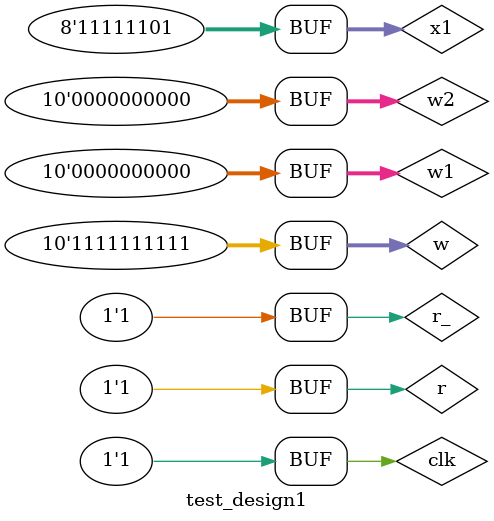
<source format=v>
module d1(sum,carry,x1,w,w1,w2,r_,r,clk);
output [10:0]sum,carry;
input [9:0]w1,w2,w;
input [7:0]x1;
input r,r_,clk;
////////////////////////////////////////////////////////////////////////////////////////////////////////
wire c,cc,c_,c11,c12,c13,c14,c15,c16,c17,c18,c19,c110,c111,s11,s12,s13,s14,s15,s16,s17,s18,s19,s110,s111,s112;
wire c21,c22,c23,c24,c25,c26,c27,c28,c29,c210,c211,c212,c213,s21,s22,s23,s24,s25,s26,s27,s28,s29,s210,s211,s212,s213;
wire ic21,ic22,ic23,ic24,ic25,ic26,ic27,ic28,ic29,ic210,ic211,ic212,ic213,is21,is22,is23,is24,is25,is26,is27,is28,is29,is210,is211,is212,is213;
wire sc1,sc2,sc3,sc4,sc5,sc6,sc7,sc8,sc9,sc10,sc11,sc12,sc13,cc1,cc2,cc3,cc4,cc5,cc6,cc7,cc8,cc9,cc10,cc11,cc12,cc13;
assign sum={sc3,sc4,sc5,sc6,sc7,sc8,sc9,sc10,sc11,sc12,sc13};
assign carry={cc4,cc5,cc6,cc7,cc8,cc9,cc10,cc11,cc12,cc13,c_};
///////////////////////////////////////////////////////////////////////////////////////////////////////

//////////////////////////////////////////////////////////////////////////////////////////////////////////
csa cs1_1(s11,c11,w1[9],w2[9],c11,r,clk);
csa cs1_2(s12,c12,w1[8],w2[9],c11,r,clk);
csa cs1_3(s13,c13,w1[7],w2[8],c12,r,clk);
csa cs1_4(s14,c14,w1[6],w2[7],c13,r,clk);
csa cs1_5(s15,c15,w1[5],w2[6],c14,r,clk);
csa cs1_6(s16,c16,w1[4],w2[5],c15,r,clk);
csa cs1_7(s17,c17,w1[3],w2[4],c16,r,clk);
csa cs1_8(s18,c18,w1[2],w2[3],c17,r,clk);
csa cs1_9(s19,c19,w1[1],w2[2],c18,r,clk);
csa cs1_10(s110,c110,w1[0],w2[1],c19,r,clk);
csa cs1_11(s111,c111,1'b0,w2[0],c110,r,clk);
Dffp df1(s112,c111,r,clk);
//////////////////////////////////////////////////////////////////////////////////////////////////////////
assign c_=s212&c213;
assign cc=c_&r_;
assign is21=sc1&r_;
assign is22=sc2&r_|(x1[7]&~r_);
assign is23=sc3&r_|(x1[6]&~r_);
assign is24=sc4&r_|(x1[5]&~r_);
assign is25=sc5&r_|(x1[4]&~r_);
assign is26=sc6&r_|(x1[3]&~r_);
assign is27=sc7&r_|(x1[2]&~r_);
assign is28=sc8&r_|(x1[1]&~r_);
assign is29=sc9&r_|(x1[0]&~r_);
assign is210=sc10&r_|~r_;
assign is211=sc11&r_;
assign is212=sc12&r_;
assign is213=sc13&r_;
/////////////////////////////////////////////////////////////////////////////////////////////////////////
assign ic21=cc1&r_|(~r_&w[9]);
assign ic22=cc2&r_|(~r_&w[8]);
assign ic23=cc3&r_|(~r_&w[7]);
assign ic24=cc4&r_|(~r_&w[6]);
assign ic25=cc5&r_|(~r_&w[5]);
assign ic26=cc6&r_|(~r_&w[4]);
assign ic27=cc7&r_|(~r_&w[3]);
assign ic28=cc8&r_|(~r_&w[2]);
assign ic29=cc9&r_|(~r_&w[1]);
assign ic210=cc10&r_|(~r_&w[0]);
assign ic211=cc11&r_|~r_;
assign ic212=cc12&r_;
assign ic213=cc13&r_;
//////////////////////////////////////////////////////////////////////////////////////////////////////
csas cs2_1(s21,c21,sc1,cc1,is21,ic21,s21,s11,c21,r,clk);
csas cs2_2(s22,c22,sc2,cc2,is22,ic22,s21,s12,c21,r,clk);
csas cs2_3(s23,c23,sc3,cc3,is23,ic23,s21,s13,c22,r,clk);
csas cs2_4(s24,c24,sc4,cc4,is24,ic24,s22,s14,c23,r,clk);
csas cs2_5(s25,c25,sc5,cc5,is25,ic25,s23,s15,c24,r,clk);
csas cs2_6(s26,c26,sc6,cc6,is26,ic26,s24,s16,c25,r,clk);
csas cs2_7(s27,c27,sc7,cc7,is27,ic27,s25,s17,c26,r,clk);
csas cs2_8(s28,c28,sc8,cc8,is28,ic28,s26,s18,c27,r,clk);
csas cs2_9(s29,c29,sc9,cc9,is29,ic29,s27,s19,c28,r,clk);
csas cs2_10(s210,c210,sc10,cc10,is210,ic210,s28,s110,c29,r,clk);
csas cs2_11(s211,c211,sc11,cc11,is211,ic211,s29,s111,c210,r,clk);
csas cs2_12(s212,c212,sc12,cc12,is212,ic212,s210,s112,c211,r,clk);
csas cs2_13(s213,c213,sc13,cc13,is213,ic213,s211,c,c212,r,clk);
Dffp df2(c,cc,r,clk);
endmodule
///////////////////////////////////////////////////////////////////////////////////////////////////////////
module test_design1();
  wire [10:0]s,c;
  reg [9:0]w1,w2,w;
  reg r,r_,clk;
  reg [7:0]x1;
  wire [9:0]y;
  d1 dafck(s,c,x1,w,w1,w2,r_,r,clk);
  initial 
  begin
  r<=1'd0;
  r_<=1'd0;
  clk<=1'd0;
  x1<=8'b11111101;
  w<=10'b1111111111;
  
  w1<=10'b0000000000;
  w2<=10'b1111111111;
  #10;
  r<=1'd1;
  #90;
  clk=1'd1;
  #50;
  r_=1'd1;
  w1<=10'b1111111111; 
  w2<=10'b1111111111;
  clk<=1'd0;
  #50;
  clk=1'd1;
  #50;
  w1<=10'b1111111111; 
  w2<=10'b1111111111;
  clk<=1'd0;
  #50;
  clk=1'd1;
  #50;
  w1<=10'b1111111111; 
  w2<=10'b1111111111;
  clk<=1'd0;
  #50;
  clk=1'd1;
  #50;
  w1<=10'b0000000000; 
  w2<=10'b0000000000;
  clk<=1'd0;
  #50;
  clk=1'd1;
  #50;
  w1<=10'b0000000000; 
  w2<=10'b0000000000;
  clk<=1'd0;
  #50;
  clk<=1'd1;
  end
endmodule
  
  
  
  
  
  
  
  
  
  
  
  /*
  initial 
  begin
  r=1'b0;
  #10;
  x1<=8'd0;
  r_<=1'b0;
  #10;
  clk=1'b0;
  #10;
  r=1'b1;
  #10;
  r_=1'b1;
  #60;
  ////////////////////////////////////////////////////////////////
  w1=10'b0000001011;
  #10;
  w2=10'b0000010111;
  #10;
  clk=1'b1;
  #50;
  clk=1'b0;
  #30
  //////////////////////////////////////////////////////////////
  //a=4'b1011;
  w1=10'b1000010001;
  #10;
  //b=4'b1101;
  w2=10'b1001010101;
  #10;
  clk=1'b1;
  #50;
  clk=1'b0;
  #30
  //////////////////////////////////////////////////////////////
  w1=10'b0000010001;
  #10;
  w2=10'b0000100011;
  #10;
  clk=1'b1;
  #50;
  clk=1'b0;
  #30
  //////////////////////////////////////////////////////////////
  w1=10'b0000100101;
  #10;
  w2=10'b1110100101;
  #10;
  clk=1'b1;
  #50;
  clk=1'b0;
  #30
  //////////////////////////////////////////////////////////////
  w1=10'b0000000000;
  #10;
  w2=10'b0000000000;
  #10;
  clk=1'b1;
  #50;
  clk=1'b0;
  #30;
  //////////////////////////////////////////////////////////////
 /* w1=10'b0000000000;
  #10;
  w2=10'b0000000000;
  #10;
  clk=1'b1;
  #50;
  clk=1'b0;
  #30;
end
  */
  
  
</source>
